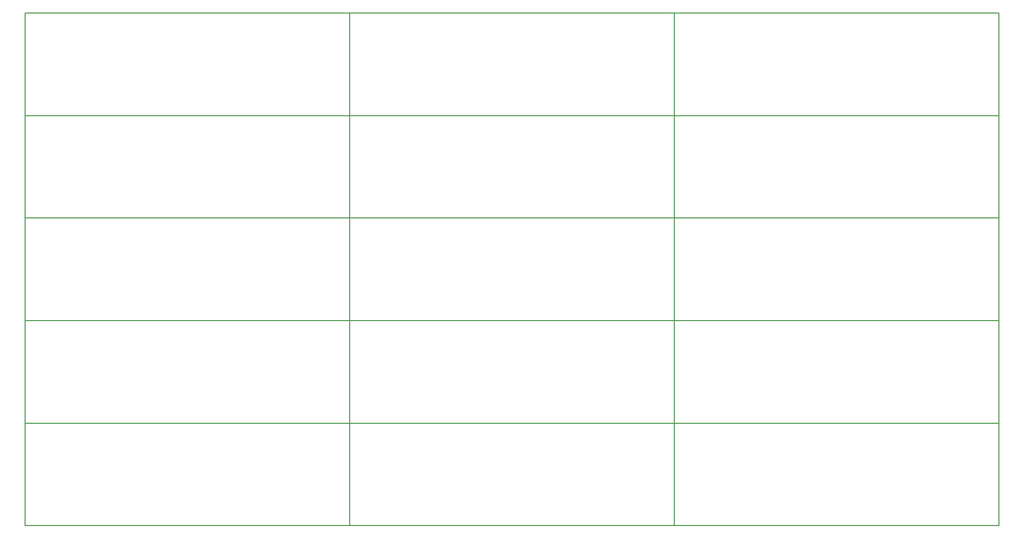
<source format=gm1>
%FSLAX25Y25*%
%MOIN*%
G70*
G01*
G75*
G04 Layer_Color=16711935*
%ADD10C,0.00787*%
D10*
X0Y0D02*
Y70866D01*
X224410D01*
Y0D02*
Y70866D01*
X0Y0D02*
X224410D01*
Y70866D01*
X448819D01*
Y0D02*
Y70866D01*
X224410Y0D02*
X448819D01*
Y70866D01*
X673228D01*
Y0D02*
Y70866D01*
X448819Y0D02*
X673228D01*
X0Y70866D02*
Y141732D01*
X224410D01*
Y70866D02*
Y141732D01*
X0Y70866D02*
X224410D01*
Y141732D01*
X448819D01*
Y70866D02*
Y141732D01*
X224410Y70866D02*
X448819D01*
Y141732D01*
X673228D01*
Y70866D02*
Y141732D01*
X448819Y70866D02*
X673228D01*
X0Y141732D02*
Y212598D01*
X224410D01*
Y141732D02*
Y212598D01*
X0Y141732D02*
X224410D01*
Y212598D01*
X448819D01*
Y141732D02*
Y212598D01*
X224410Y141732D02*
X448819D01*
Y212598D01*
X673228D01*
Y141732D02*
Y212598D01*
X448819Y141732D02*
X673228D01*
X0Y212598D02*
Y283465D01*
X224410D01*
Y212598D02*
Y283465D01*
X0Y212598D02*
X224410D01*
Y283465D01*
X448819D01*
Y212598D02*
Y283465D01*
X224410Y212598D02*
X448819D01*
Y283465D01*
X673228D01*
Y212598D02*
Y283465D01*
X448819Y212598D02*
X673228D01*
X0Y283465D02*
Y354331D01*
X224410D01*
Y283465D02*
Y354331D01*
X0Y283465D02*
X224410D01*
Y354331D01*
X448819D01*
Y283465D02*
Y354331D01*
X224410Y283465D02*
X448819D01*
Y354331D01*
X673228D01*
Y283465D02*
Y354331D01*
X448819Y283465D02*
X673228D01*
M02*

</source>
